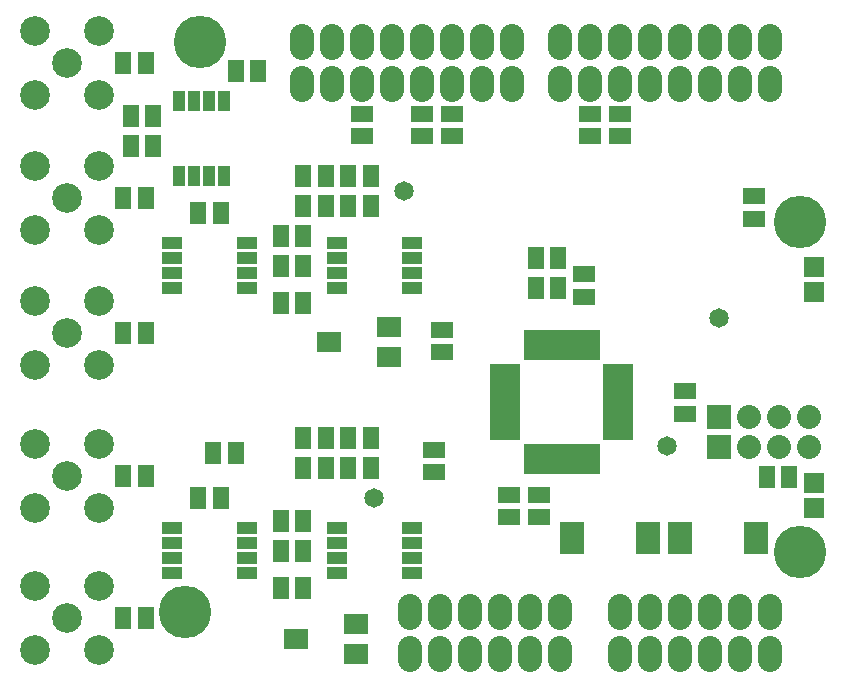
<source format=gts>
G04 (created by PCBNEW-RS274X (2012-jan-04)-stable) date Fri 08 Jun 2012 02:15:33 PM CEST*
G01*
G70*
G90*
%MOIN*%
G04 Gerber Fmt 3.4, Leading zero omitted, Abs format*
%FSLAX34Y34*%
G04 APERTURE LIST*
%ADD10C,0.006000*%
%ADD11R,0.098700X0.037700*%
%ADD12R,0.037700X0.098700*%
%ADD13R,0.065000X0.040000*%
%ADD14R,0.040000X0.065000*%
%ADD15R,0.075000X0.055000*%
%ADD16R,0.055000X0.075000*%
%ADD17R,0.080000X0.080000*%
%ADD18C,0.080000*%
%ADD19O,0.080000X0.120000*%
%ADD20C,0.175000*%
%ADD21C,0.098700*%
%ADD22R,0.083000X0.106600*%
%ADD23R,0.067200X0.067200*%
%ADD24C,0.065000*%
%ADD25R,0.080000X0.070000*%
G04 APERTURE END LIST*
G54D10*
G54D11*
X49104Y-35393D03*
X49104Y-35078D03*
X49104Y-34763D03*
X49104Y-34448D03*
X49104Y-34133D03*
X49104Y-33818D03*
X49104Y-33503D03*
X49104Y-33188D03*
X52870Y-33190D03*
X52870Y-35400D03*
X52870Y-35080D03*
X52870Y-34760D03*
X52870Y-34450D03*
X52870Y-34130D03*
X52870Y-33820D03*
X52870Y-33500D03*
G54D12*
X49888Y-32400D03*
X50202Y-32400D03*
X50518Y-32400D03*
X50832Y-32400D03*
X51148Y-32400D03*
X51462Y-32400D03*
X51778Y-32400D03*
X52092Y-32400D03*
X49890Y-36180D03*
X50200Y-36180D03*
X50520Y-36180D03*
X50830Y-36180D03*
X51140Y-36180D03*
X51460Y-36180D03*
X51780Y-36180D03*
X52100Y-36180D03*
G54D13*
X40500Y-38500D03*
X40500Y-39000D03*
X40500Y-39500D03*
X40500Y-40000D03*
X38000Y-40000D03*
X38000Y-39500D03*
X38000Y-39000D03*
X38000Y-38500D03*
X46000Y-38500D03*
X46000Y-39000D03*
X46000Y-39500D03*
X46000Y-40000D03*
X43500Y-40000D03*
X43500Y-39500D03*
X43500Y-39000D03*
X43500Y-38500D03*
X40500Y-29000D03*
X40500Y-29500D03*
X40500Y-30000D03*
X40500Y-30500D03*
X38000Y-30500D03*
X38000Y-30000D03*
X38000Y-29500D03*
X38000Y-29000D03*
G54D14*
X39750Y-26750D03*
X39250Y-26750D03*
X38750Y-26750D03*
X38250Y-26750D03*
X38250Y-24250D03*
X38750Y-24250D03*
X39250Y-24250D03*
X39750Y-24250D03*
G54D13*
X46000Y-29000D03*
X46000Y-29500D03*
X46000Y-30000D03*
X46000Y-30500D03*
X43500Y-30500D03*
X43500Y-30000D03*
X43500Y-29500D03*
X43500Y-29000D03*
G54D15*
X46750Y-35875D03*
X46750Y-36625D03*
G54D16*
X39625Y-37500D03*
X38875Y-37500D03*
X39625Y-28000D03*
X38875Y-28000D03*
X42375Y-26750D03*
X43125Y-26750D03*
X42375Y-27750D03*
X43125Y-27750D03*
X43875Y-26750D03*
X44625Y-26750D03*
X43875Y-27750D03*
X44625Y-27750D03*
X41625Y-31000D03*
X42375Y-31000D03*
X41625Y-28750D03*
X42375Y-28750D03*
X41625Y-29750D03*
X42375Y-29750D03*
X42375Y-35500D03*
X43125Y-35500D03*
X42375Y-36500D03*
X43125Y-36500D03*
X43875Y-35500D03*
X44625Y-35500D03*
X43875Y-36500D03*
X44625Y-36500D03*
X41625Y-40500D03*
X42375Y-40500D03*
X41625Y-38250D03*
X42375Y-38250D03*
X41625Y-39250D03*
X42375Y-39250D03*
G54D15*
X44350Y-24675D03*
X44350Y-25425D03*
G54D16*
X36375Y-32000D03*
X37125Y-32000D03*
X36375Y-36750D03*
X37125Y-36750D03*
X40125Y-36000D03*
X39375Y-36000D03*
X37125Y-23000D03*
X36375Y-23000D03*
X36375Y-41500D03*
X37125Y-41500D03*
G54D15*
X46350Y-24675D03*
X46350Y-25425D03*
X47350Y-24675D03*
X47350Y-25425D03*
X51950Y-24675D03*
X51950Y-25425D03*
G54D16*
X36625Y-25750D03*
X37375Y-25750D03*
X37375Y-24750D03*
X36625Y-24750D03*
X40125Y-23250D03*
X40875Y-23250D03*
G54D15*
X55100Y-34675D03*
X55100Y-33925D03*
X49250Y-37375D03*
X49250Y-38125D03*
G54D16*
X50875Y-30500D03*
X50125Y-30500D03*
X50875Y-29500D03*
X50125Y-29500D03*
G54D15*
X50250Y-37375D03*
X50250Y-38125D03*
X51750Y-30775D03*
X51750Y-30025D03*
X47000Y-31875D03*
X47000Y-32625D03*
G54D16*
X36375Y-27500D03*
X37125Y-27500D03*
G54D15*
X52950Y-24675D03*
X52950Y-25425D03*
G54D17*
X56250Y-34800D03*
G54D18*
X57250Y-34800D03*
X58250Y-34800D03*
X59250Y-34800D03*
G54D17*
X56250Y-35800D03*
G54D18*
X57250Y-35800D03*
X58250Y-35800D03*
X59250Y-35800D03*
G54D19*
X54950Y-42678D03*
X53950Y-42678D03*
X52950Y-42678D03*
X55950Y-42678D03*
X56950Y-42678D03*
X57950Y-42678D03*
X47950Y-42678D03*
X45950Y-42678D03*
X46950Y-42678D03*
X48950Y-42678D03*
X49950Y-42678D03*
X50950Y-42678D03*
X50950Y-23678D03*
X51950Y-23678D03*
X52950Y-23678D03*
X53950Y-23678D03*
X54950Y-23678D03*
X55950Y-23678D03*
X56950Y-23678D03*
X57950Y-23678D03*
X42350Y-23678D03*
X43350Y-23678D03*
X44350Y-23678D03*
X45350Y-23678D03*
X46350Y-23678D03*
X47350Y-23678D03*
X48350Y-23678D03*
X49350Y-23678D03*
X57950Y-41300D03*
X56950Y-41300D03*
X55950Y-41300D03*
X52950Y-41300D03*
X53950Y-41300D03*
X54950Y-41300D03*
X50950Y-41300D03*
X49950Y-41300D03*
X48950Y-41300D03*
X46950Y-41300D03*
X45950Y-41300D03*
X57950Y-22300D03*
X56950Y-22300D03*
X55950Y-22300D03*
X54950Y-22300D03*
X53950Y-22300D03*
X52950Y-22300D03*
X51950Y-22300D03*
X50950Y-22300D03*
X49350Y-22300D03*
X48350Y-22300D03*
X47350Y-22300D03*
X46350Y-22300D03*
X45350Y-22300D03*
X44350Y-22300D03*
X43350Y-22300D03*
X42350Y-22300D03*
X47950Y-41300D03*
G54D20*
X58950Y-39300D03*
X58950Y-28300D03*
X38950Y-22300D03*
X38450Y-41300D03*
G54D21*
X34500Y-23000D03*
X33437Y-21937D03*
X33437Y-24063D03*
X35563Y-24063D03*
X35563Y-21937D03*
X34500Y-32000D03*
X33437Y-30937D03*
X33437Y-33063D03*
X35563Y-33063D03*
X35563Y-30937D03*
X34500Y-27500D03*
X33437Y-26437D03*
X33437Y-28563D03*
X35563Y-28563D03*
X35563Y-26437D03*
X34500Y-41500D03*
X33437Y-40437D03*
X33437Y-42563D03*
X35563Y-42563D03*
X35563Y-40437D03*
X34500Y-36750D03*
X33437Y-35687D03*
X33437Y-37813D03*
X35563Y-37813D03*
X35563Y-35687D03*
G54D22*
X53860Y-38825D03*
X51340Y-38825D03*
X57460Y-38825D03*
X54940Y-38825D03*
G54D16*
X58575Y-36800D03*
X57825Y-36800D03*
G54D15*
X57400Y-28175D03*
X57400Y-27425D03*
G54D23*
X59400Y-37813D03*
X59400Y-36987D03*
X59400Y-30613D03*
X59400Y-29787D03*
G54D24*
X56250Y-31500D03*
X45750Y-27250D03*
X44750Y-37500D03*
X54500Y-35750D03*
G54D25*
X44150Y-42700D03*
X42150Y-42200D03*
X44150Y-41700D03*
X45250Y-32800D03*
X43250Y-32300D03*
X45250Y-31800D03*
M02*

</source>
